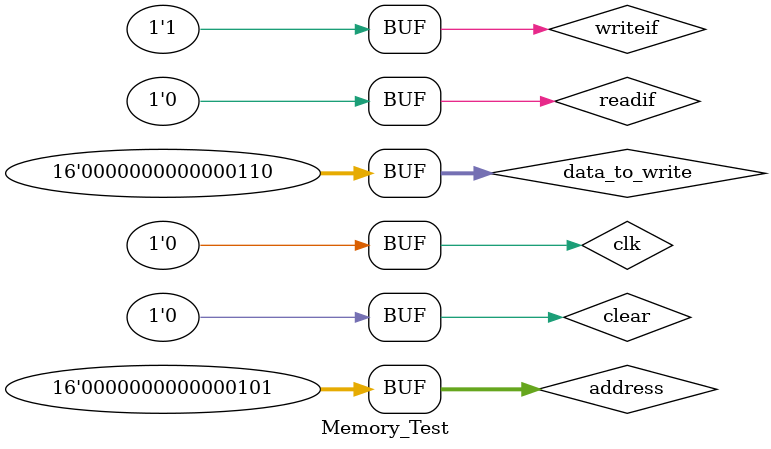
<source format=v>
`timescale 1ns / 1ps


module Memory_Test;

	// Inputs
	reg clk;
	reg [15:0] address;
	reg [15:0] data_to_write;
	reg writeif;
	reg readif;
	reg clear;

	// Outputs
	wire [15:0] output_data;

	// Instantiate the Unit Under Test (UUT)
	Memory uut (
		.clk(clk), 
		.address(address), 
		.data_to_write(data_to_write), 
		.writeif(writeif), 
		.readif(readif), 
		.clear(clear), 
		.output_data(output_data)
	);

	initial begin
		// Initialize Inputs
		clk = 0;
		address = 20'b00000000000000000000;
		data_to_write = 20'b00000000000000000000;
		writeif = 0;
		readif = 0;
		clear = 0;

		// Wait 100 ns for global reset to finish
		#100;
        
		// Add stimulus here
		clk = 1;
		address = 20'b00000000000000000001;
		data_to_write = 20'b00000000000000000011;
		writeif = 1;
		readif = 0;
		clear = 0;
		
		#100;
		
		clk = 0;
		address = 20'b00000000000000000011;
		data_to_write = 20'b00000000000000000001;
		writeif = 0;
		readif = 1;
		clear = 0;
		
		#100;
		
		clk = 1;
		address = 20'b00000000000000000011;
		data_to_write = 20'b00000000000000000011;
		writeif = 0;
		readif = 0;
		clear = 1;
		
		#100;
		
		clk = 0;
		address = 20'b00000000000000000101;
		data_to_write = 20'b000000000000000000110;
		writeif = 1;
		readif = 0;
		clear = 0;
		
	end
      
endmodule


</source>
